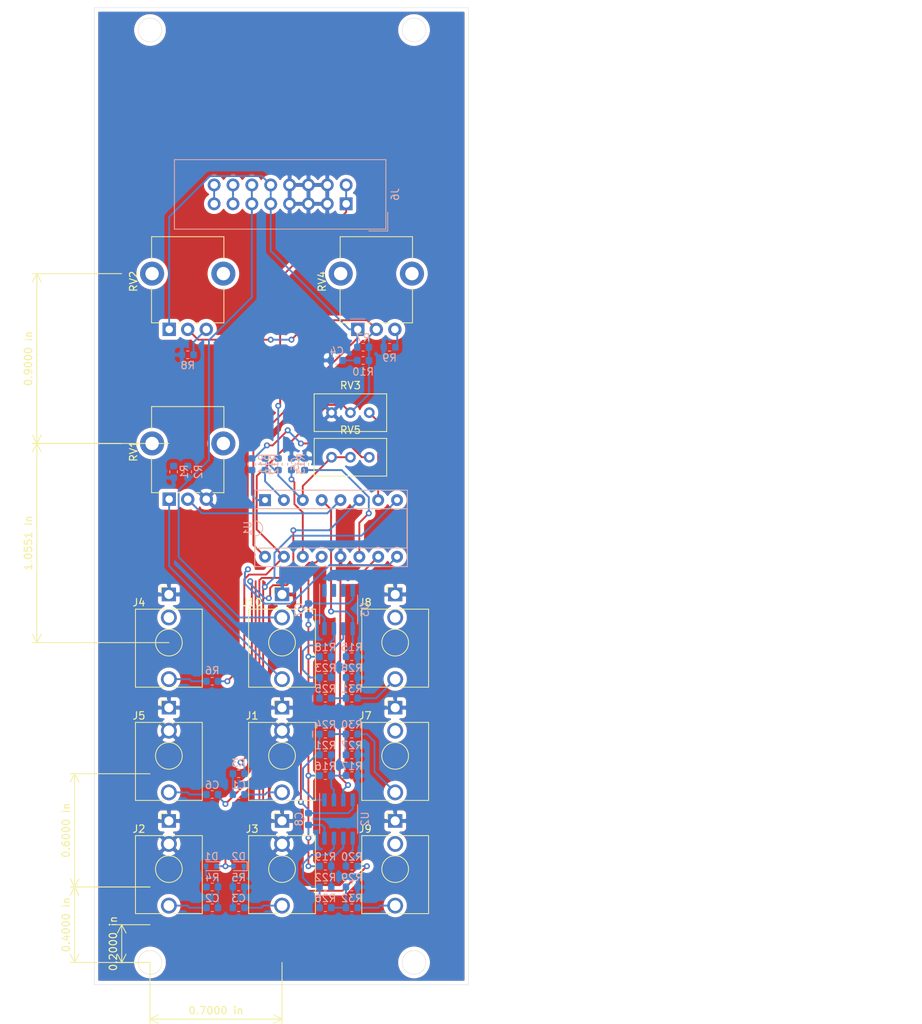
<source format=kicad_pcb>
(kicad_pcb (version 20171130) (host pcbnew 5.1.5-52549c5~84~ubuntu19.04.1)
  (layers (0 F.Cu signal) (31 B.Cu signal) (34 B.Paste user) (35 F.Paste user) (36 B.SilkS user) (37 F.SilkS user) (38 B.Mask user) (39 F.Mask user) (44 Edge.Cuts user))
  (net 0 "")
  (net 1 "Net-(C2-Pad1)")
  (net 2 HARDSYNC)
  (net 3 "Net-(C3-Pad1)")
  (net 4 "Net-(C1-Pad2)")
  (net 5 GND)
  (net 6 "Net-(C2-Pad2)")
  (net 7 "Net-(C3-Pad2)")
  (net 8 "Net-(J4-PadT)")
  (net 9 "Net-(C6-Pad2)")
  (net 10 "Net-(J7-PadT)")
  (net 11 "Net-(J8-PadT)")
  (net 12 "Net-(J9-PadT)")
  (net 13 "Net-(C1-Pad1)")
  (net 14 "Net-(C4-Pad2)")
  (net 15 "Net-(C5-Pad1)")
  (net 16 SOFTSYNC)
  (net 17 GATE)
  (net 18 CV)
  (net 19 +5V)
  (net 20 +12V)
  (net 21 -12V)
  (net 22 PWMCTL)
  (net 23 LINFM)
  (net 24 "Net-(R10-Pad1)")
  (net 25 "Net-(R8-Pad2)")
  (net 26 "Net-(R9-Pad2)")
  (net 27 "Net-(R11-Pad2)")
  (net 28 "Net-(R11-Pad1)")
  (net 29 "Net-(R12-Pad2)")
  (net 30 "Net-(R12-Pad1)")
  (net 31 "Net-(R13-Pad1)")
  (net 32 PULSOUT)
  (net 33 "Net-(R16-Pad1)")
  (net 34 "Net-(R18-Pad1)")
  (net 35 "Net-(R19-Pad1)")
  (net 36 SAWOUT)
  (net 37 "Net-(R20-Pad1)")
  (net 38 "Net-(R21-Pad1)")
  (net 39 "Net-(R22-Pad1)")
  (net 40 "Net-(R23-Pad1)")
  (net 41 "Net-(R24-Pad1)")
  (net 42 "Net-(R25-Pad1)")
  (net 43 "Net-(R26-Pad1)")
  (net 44 "Net-(RV3-Pad1)")
  (net 45 TRIOUT)
  (net 46 "Net-(J4-PadTN)")
  (net 47 "Net-(J7-PadTN)")
  (net 48 "Net-(J8-PadTN)")
  (net 49 "Net-(J9-PadTN)")
  (net 50 "Net-(J10-PadT)")
  (module Package_SO:SO-8_3.9x4.9mm_P1.27mm (layer B.Cu) (at 101.6 130.302 270)
    (fp_text reference U3 (at 0 -3.556 90) (layer B.SilkS) (effects (justify mirror)))
    (fp_text value TL072)
    (pad 8 smd roundrect (at 2.575 1.905 270) (size 1.75 0.6) (layers B.Cu B.Paste B.Mask) (net 20 +12V))
    (pad 7 smd roundrect (at 2.575 0.635 270) (size 1.75 0.6) (layers B.Cu B.Paste B.Mask) (net 40 "Net-(R23-Pad1)"))
    (pad 6 smd roundrect (at 2.575 -0.635 270) (size 1.75 0.6) (layers B.Cu B.Paste B.Mask) (net 34 "Net-(R18-Pad1)"))
    (pad 5 smd roundrect (at 2.575 -1.905 270) (size 1.75 0.6) (layers B.Cu B.Paste B.Mask) (net 32 PULSOUT))
    (pad 4 smd roundrect (at -2.575 -1.905 270) (size 1.75 0.6) (layers B.Cu B.Paste B.Mask) (net 21 -12V))
    (pad 3 smd roundrect (at -2.575 -0.635 270) (size 1.75 0.6) (layers B.Cu B.Paste B.Mask))
    (pad 2 smd roundrect (at -2.575 0.635 270) (size 1.75 0.6) (layers B.Cu B.Paste B.Mask))
    (pad 1 smd roundrect (at -2.575 1.905 270) (size 1.75 0.6) (layers B.Cu B.Paste B.Mask))
  )
  (module Capacitor_SMD:C_0603_1608Metric (layer B.Cu) (at 97.536 158.496 90)
    (fp_text reference C8 (at 0 -1.27 270) (layer B.SilkS) (effects (justify mirror)))
    (fp_text value 0.1u)
    (pad 2 smd roundrect (at 0.7875 0 90) (size 0.875 0.95) (layers B.Cu B.Paste B.Mask) (net 21 -12V))
    (pad 1 smd roundrect (at -0.7875 0 90) (size 0.875 0.95) (layers B.Cu B.Paste B.Mask) (net 20 +12V))
  )
  (module Capacitor_SMD:C_0603_1608Metric (layer B.Cu) (at 97.536 130.2765 90)
    (fp_text reference C7 (at -0.0255 -1.27 90) (layer B.SilkS) (effects (justify mirror)))
    (fp_text value 0.1u)
    (pad 2 smd roundrect (at 0.7875 0 90) (size 0.875 0.95) (layers B.Cu B.Paste B.Mask) (net 21 -12V))
    (pad 1 smd roundrect (at -0.7875 0 90) (size 0.875 0.95) (layers B.Cu B.Paste B.Mask) (net 20 +12V))
  )
  (module Diode_SMD:D_SOD-523 (layer B.Cu) (at 88.138 164.846 180)
    (fp_text reference D2 (at 0 1.3) (layer B.SilkS) (effects (justify mirror)))
    (fp_text value 1N914)
    (pad 1 smd rect (at -0.7 0) (size 0.6 0.7) (layers B.Cu B.Paste B.Mask) (net 3 "Net-(C3-Pad1)"))
    (pad 2 smd rect (at 0.7 0) (size 0.6 0.7) (layers B.Cu B.Paste B.Mask) (net 2 HARDSYNC))
  )
  (module Diode_SMD:D_SOD-523 (layer B.Cu) (at 84.455 164.846 180)
    (fp_text reference D1 (at 0 1.3 180) (layer B.SilkS) (effects (justify mirror)))
    (fp_text value 1N914)
    (pad 1 smd rect (at -0.7 0) (size 0.6 0.7) (layers B.Cu B.Paste B.Mask) (net 2 HARDSYNC))
    (pad 2 smd rect (at 0.7 0) (size 0.6 0.7) (layers B.Cu B.Paste B.Mask) (net 1 "Net-(C2-Pad1)"))
  )
  (module Connector_Audio:Jack_3.5mm_QingPu_WQP-PJ398SM_Vertical_CircularHoles (layer F.Cu) (at 93.98 128.27)
    (fp_text reference J10 (at -4.03 1.08 180) (layer F.SilkS))
    (fp_text value PWMControl)
    (pad T thru_hole circle (at 0 11.4 180) (size 2.13 2.13) (drill 1.43) (layers *.Cu *.Mask) (net 50 "Net-(J10-PadT)"))
    (pad S thru_hole rect (at 0 0 180) (size 1.93 1.83) (drill 1.22) (layers *.Cu *.Mask) (net 5 GND))
    (pad TN thru_hole circle (at 0 3.1 180) (size 2.13 2.13) (drill 1.42) (layers *.Cu *.Mask) (net 19 +5V))
  )
  (module Potentiometer_THT:Potentiometer_Bourns_3296W_Vertical (layer F.Cu) (at 105.73 103.8)
    (fp_text reference RV3 (at -2.54 -3.66) (layer F.SilkS))
    (fp_text value 20k)
    (pad 3 thru_hole circle (at -5.08 0) (size 1.44 1.44) (drill 0.8) (layers *.Cu *.Mask) (net 5 GND))
    (pad 2 thru_hole circle (at -2.54 0) (size 1.44 1.44) (drill 0.8) (layers *.Cu *.Mask) (net 24 "Net-(R10-Pad1)"))
    (pad 1 thru_hole circle (at 0 0) (size 1.44 1.44) (drill 0.8) (layers *.Cu *.Mask) (net 44 "Net-(RV3-Pad1)"))
  )
  (module Potentiometer_THT:Potentiometer_Bourns_3296W_Vertical (layer F.Cu) (at 105.73 109.8)
    (fp_text reference RV5 (at -2.54 -3.66) (layer F.SilkS))
    (fp_text value 10k)
    (pad 3 thru_hole circle (at -5.08 0) (size 1.44 1.44) (drill 0.8) (layers *.Cu *.Mask) (net 29 "Net-(R12-Pad2)"))
    (pad 2 thru_hole circle (at -2.54 0) (size 1.44 1.44) (drill 0.8) (layers *.Cu *.Mask) (net 29 "Net-(R12-Pad2)"))
    (pad 1 thru_hole circle (at 0 0) (size 1.44 1.44) (drill 0.8) (layers *.Cu *.Mask) (net 27 "Net-(R11-Pad2)"))
  )
  (module Package_SO:SO-8_3.9x4.9mm_P1.27mm (layer B.Cu) (at 101.6 158.496 270)
    (fp_text reference U2 (at 0 -3.556 90) (layer B.SilkS) (effects (justify mirror)))
    (fp_text value TL072)
    (pad 8 smd roundrect (at 2.575 1.905 270) (size 1.75 0.6) (layers B.Cu B.Paste B.Mask) (net 20 +12V))
    (pad 7 smd roundrect (at 2.575 0.635 270) (size 1.75 0.6) (layers B.Cu B.Paste B.Mask) (net 39 "Net-(R22-Pad1)"))
    (pad 6 smd roundrect (at 2.575 -0.635 270) (size 1.75 0.6) (layers B.Cu B.Paste B.Mask) (net 35 "Net-(R19-Pad1)"))
    (pad 5 smd roundrect (at 2.575 -1.905 270) (size 1.75 0.6) (layers B.Cu B.Paste B.Mask) (net 37 "Net-(R20-Pad1)"))
    (pad 4 smd roundrect (at -2.575 -1.905 270) (size 1.75 0.6) (layers B.Cu B.Paste B.Mask) (net 21 -12V))
    (pad 3 smd roundrect (at -2.575 -0.635 270) (size 1.75 0.6) (layers B.Cu B.Paste B.Mask) (net 45 TRIOUT))
    (pad 2 smd roundrect (at -2.575 0.635 270) (size 1.75 0.6) (layers B.Cu B.Paste B.Mask) (net 33 "Net-(R16-Pad1)"))
    (pad 1 smd roundrect (at -2.575 1.905 270) (size 1.75 0.6) (layers B.Cu B.Paste B.Mask) (net 38 "Net-(R21-Pad1)"))
  )
  (module Package_DIP:DIP-16_W7.62mm_Socket (layer B.Cu) (at 91.694 115.57 270)
    (fp_text reference U1 (at 3.81 2.33 90) (layer B.SilkS) (effects (justify mirror)))
    (fp_text value AS3340)
    (pad 1 thru_hole rect (at 0 0 270) (size 1.6 1.6) (drill 0.8) (layers *.Cu *.Mask) (net 28 "Net-(R11-Pad1)"))
    (pad 9 thru_hole oval (at 7.62 -17.78 270) (size 1.6 1.6) (drill 0.8) (layers *.Cu *.Mask) (net 16 SOFTSYNC))
    (pad 2 thru_hole oval (at 0 -2.54 270) (size 1.6 1.6) (drill 0.8) (layers *.Cu *.Mask) (net 30 "Net-(R12-Pad1)"))
    (pad 10 thru_hole oval (at 7.62 -15.24 270) (size 1.6 1.6) (drill 0.8) (layers *.Cu *.Mask) (net 45 TRIOUT))
    (pad 3 thru_hole oval (at 0 -5.08 270) (size 1.6 1.6) (drill 0.8) (layers *.Cu *.Mask) (net 29 "Net-(R12-Pad2)"))
    (pad 11 thru_hole oval (at 7.62 -12.7 270) (size 1.6 1.6) (drill 0.8) (layers *.Cu *.Mask) (net 15 "Net-(C5-Pad1)"))
    (pad 4 thru_hole oval (at 0 -7.62 270) (size 1.6 1.6) (drill 0.8) (layers *.Cu *.Mask) (net 32 PULSOUT))
    (pad 12 thru_hole oval (at 7.62 -10.16 270) (size 1.6 1.6) (drill 0.8) (layers *.Cu *.Mask) (net 5 GND))
    (pad 5 thru_hole oval (at 0 -10.16 270) (size 1.6 1.6) (drill 0.8) (layers *.Cu *.Mask) (net 22 PWMCTL))
    (pad 13 thru_hole oval (at 7.62 -7.62 270) (size 1.6 1.6) (drill 0.8) (layers *.Cu *.Mask) (net 23 LINFM))
    (pad 6 thru_hole oval (at 0 -12.7 270) (size 1.6 1.6) (drill 0.8) (layers *.Cu *.Mask) (net 2 HARDSYNC))
    (pad 14 thru_hole oval (at 7.62 -5.08 270) (size 1.6 1.6) (drill 0.8) (layers *.Cu *.Mask) (net 31 "Net-(R13-Pad1)"))
    (pad 7 thru_hole oval (at 0 -15.24 270) (size 1.6 1.6) (drill 0.8) (layers *.Cu *.Mask) (net 44 "Net-(RV3-Pad1)"))
    (pad 15 thru_hole oval (at 7.62 -2.54 270) (size 1.6 1.6) (drill 0.8) (layers *.Cu *.Mask) (net 24 "Net-(R10-Pad1)"))
    (pad 8 thru_hole oval (at 0 -17.78 270) (size 1.6 1.6) (drill 0.8) (layers *.Cu *.Mask) (net 36 SAWOUT))
    (pad 16 thru_hole oval (at 7.62 0 270) (size 1.6 1.6) (drill 0.8) (layers *.Cu *.Mask) (net 20 +12V))
  )
  (module Potentiometer_THT:Potentiometer_Alpha_RD901F-40-00D_Single_Vertical_CircularHoles (layer F.Cu) (at 104.18 92.59 90)
    (fp_text reference RV4 (at 6.45 -4.8 270) (layer F.SilkS))
    (fp_text value ?)
    (pad "" thru_hole circle (at 7.5 -2.3 180) (size 3.24 3.24) (drill 1.8) (layers *.Cu *.Mask))
    (pad "" thru_hole circle (at 7.5 7.3 180) (size 3.24 3.24) (drill 1.8) (layers *.Cu *.Mask))
    (pad 3 thru_hole circle (at 0 5 180) (size 1.8 1.8) (drill 1) (layers *.Cu *.Mask) (net 26 "Net-(R9-Pad2)"))
    (pad 2 thru_hole circle (at 0 2.5 180) (size 1.8 1.8) (drill 1) (layers *.Cu *.Mask) (net 24 "Net-(R10-Pad1)"))
    (pad 1 thru_hole rect (at 0 0 180) (size 1.8 1.8) (drill 1) (layers *.Cu *.Mask) (net 20 +12V))
  )
  (module Potentiometer_THT:Potentiometer_Alpha_RD901F-40-00D_Single_Vertical_CircularHoles (layer F.Cu) (at 78.78 92.59 90)
    (fp_text reference RV2 (at 6.45 -4.8 270) (layer F.SilkS))
    (fp_text value ?)
    (pad "" thru_hole circle (at 7.5 -2.3 180) (size 3.24 3.24) (drill 1.8) (layers *.Cu *.Mask))
    (pad "" thru_hole circle (at 7.5 7.3 180) (size 3.24 3.24) (drill 1.8) (layers *.Cu *.Mask))
    (pad 3 thru_hole circle (at 0 5 180) (size 1.8 1.8) (drill 1) (layers *.Cu *.Mask) (net 25 "Net-(R8-Pad2)"))
    (pad 2 thru_hole circle (at 0 2.5 180) (size 1.8 1.8) (drill 1) (layers *.Cu *.Mask) (net 24 "Net-(R10-Pad1)"))
    (pad 1 thru_hole rect (at 0 0 180) (size 1.8 1.8) (drill 1) (layers *.Cu *.Mask) (net 20 +12V))
  )
  (module Potentiometer_THT:Potentiometer_Alpha_RD901F-40-00D_Single_Vertical_CircularHoles (layer F.Cu) (at 78.78 115.45 90)
    (fp_text reference RV1 (at 6.45 -4.8 270) (layer F.SilkS))
    (fp_text value 100k?)
    (pad "" thru_hole circle (at 7.5 -2.3 180) (size 3.24 3.24) (drill 1.8) (layers *.Cu *.Mask))
    (pad "" thru_hole circle (at 7.5 7.3 180) (size 3.24 3.24) (drill 1.8) (layers *.Cu *.Mask))
    (pad 3 thru_hole circle (at 0 5 180) (size 1.8 1.8) (drill 1) (layers *.Cu *.Mask) (net 5 GND))
    (pad 2 thru_hole circle (at 0 2.5 180) (size 1.8 1.8) (drill 1) (layers *.Cu *.Mask) (net 22 PWMCTL))
    (pad 1 thru_hole rect (at 0 0 180) (size 1.8 1.8) (drill 1) (layers *.Cu *.Mask) (net 50 "Net-(J10-PadT)"))
  )
  (module Resistor_SMD:R_0603_1608Metric (layer B.Cu) (at 103.378 170.434 180)
    (fp_text reference R32 (at 0 1.27 180) (layer B.SilkS) (effects (justify mirror)))
    (fp_text value 0?)
    (pad 2 smd roundrect (at 0.7875 0 180) (size 0.875 0.95) (layers B.Cu B.Paste B.Mask) (net 43 "Net-(R26-Pad1)"))
    (pad 1 smd roundrect (at -0.7875 0 180) (size 0.875 0.95) (layers B.Cu B.Paste B.Mask) (net 12 "Net-(J9-PadT)"))
  )
  (module Resistor_SMD:R_0603_1608Metric (layer B.Cu) (at 103.378 142.24 180)
    (fp_text reference R31 (at 0 1.27 180) (layer B.SilkS) (effects (justify mirror)))
    (fp_text value 0?)
    (pad 2 smd roundrect (at 0.7875 0 180) (size 0.875 0.95) (layers B.Cu B.Paste B.Mask) (net 42 "Net-(R25-Pad1)"))
    (pad 1 smd roundrect (at -0.7875 0 180) (size 0.875 0.95) (layers B.Cu B.Paste B.Mask) (net 11 "Net-(J8-PadT)"))
  )
  (module Resistor_SMD:R_0603_1608Metric (layer B.Cu) (at 103.378 147.066 180)
    (fp_text reference R30 (at 0 1.27 180) (layer B.SilkS) (effects (justify mirror)))
    (fp_text value 0?)
    (pad 2 smd roundrect (at 0.7875 0 180) (size 0.875 0.95) (layers B.Cu B.Paste B.Mask) (net 41 "Net-(R24-Pad1)"))
    (pad 1 smd roundrect (at -0.7875 0 180) (size 0.875 0.95) (layers B.Cu B.Paste B.Mask) (net 10 "Net-(J7-PadT)"))
  )
  (module Resistor_SMD:R_0603_1608Metric (layer B.Cu) (at 103.378 167.64 180)
    (fp_text reference R29 (at 0 1.27 180) (layer B.SilkS) (effects (justify mirror)))
    (fp_text value 3k)
    (pad 2 smd roundrect (at 0.7875 0 180) (size 0.875 0.95) (layers B.Cu B.Paste B.Mask) (net 43 "Net-(R26-Pad1)"))
    (pad 1 smd roundrect (at -0.7875 0 180) (size 0.875 0.95) (layers B.Cu B.Paste B.Mask) (net 5 GND))
  )
  (module Resistor_SMD:R_0603_1608Metric (layer B.Cu) (at 103.378 139.446 180)
    (fp_text reference R28 (at 0 1.27 180) (layer B.SilkS) (effects (justify mirror)))
    (fp_text value 1k8)
    (pad 2 smd roundrect (at 0.7875 0 180) (size 0.875 0.95) (layers B.Cu B.Paste B.Mask) (net 42 "Net-(R25-Pad1)"))
    (pad 1 smd roundrect (at -0.7875 0 180) (size 0.875 0.95) (layers B.Cu B.Paste B.Mask) (net 5 GND))
  )
  (module Resistor_SMD:R_0603_1608Metric (layer B.Cu) (at 103.378 149.86 180)
    (fp_text reference R27 (at 0 1.27 180) (layer B.SilkS) (effects (justify mirror)))
    (fp_text value 3k)
    (pad 2 smd roundrect (at 0.7875 0 180) (size 0.875 0.95) (layers B.Cu B.Paste B.Mask) (net 41 "Net-(R24-Pad1)"))
    (pad 1 smd roundrect (at -0.7875 0 180) (size 0.875 0.95) (layers B.Cu B.Paste B.Mask) (net 5 GND))
  )
  (module Resistor_SMD:R_0603_1608Metric (layer B.Cu) (at 99.822 170.434 180)
    (fp_text reference R26 (at 0 1.27) (layer B.SilkS) (effects (justify mirror)))
    (fp_text value 1k5)
    (pad 2 smd roundrect (at 0.7875 0 180) (size 0.875 0.95) (layers B.Cu B.Paste B.Mask) (net 39 "Net-(R22-Pad1)"))
    (pad 1 smd roundrect (at -0.7875 0 180) (size 0.875 0.95) (layers B.Cu B.Paste B.Mask) (net 43 "Net-(R26-Pad1)"))
  )
  (module Resistor_SMD:R_0603_1608Metric (layer B.Cu) (at 99.822 142.24 180)
    (fp_text reference R25 (at 0 1.27) (layer B.SilkS) (effects (justify mirror)))
    (fp_text value 3k)
    (pad 2 smd roundrect (at 0.7875 0 180) (size 0.875 0.95) (layers B.Cu B.Paste B.Mask) (net 40 "Net-(R23-Pad1)"))
    (pad 1 smd roundrect (at -0.7875 0 180) (size 0.875 0.95) (layers B.Cu B.Paste B.Mask) (net 42 "Net-(R25-Pad1)"))
  )
  (module Resistor_SMD:R_0603_1608Metric (layer B.Cu) (at 99.822 147.066 180)
    (fp_text reference R24 (at 0 1.27 180) (layer B.SilkS) (effects (justify mirror)))
    (fp_text value 1k5)
    (pad 2 smd roundrect (at 0.7875 0 180) (size 0.875 0.95) (layers B.Cu B.Paste B.Mask) (net 38 "Net-(R21-Pad1)"))
    (pad 1 smd roundrect (at -0.7875 0 180) (size 0.875 0.95) (layers B.Cu B.Paste B.Mask) (net 41 "Net-(R24-Pad1)"))
  )
  (module Resistor_SMD:R_0603_1608Metric (layer B.Cu) (at 99.822 139.446)
    (fp_text reference R23 (at 0 -1.27) (layer B.SilkS) (effects (justify mirror)))
    (fp_text value 10k)
    (pad 2 smd roundrect (at 0.7875 0) (size 0.875 0.95) (layers B.Cu B.Paste B.Mask) (net 34 "Net-(R18-Pad1)"))
    (pad 1 smd roundrect (at -0.7875 0) (size 0.875 0.95) (layers B.Cu B.Paste B.Mask) (net 40 "Net-(R23-Pad1)"))
  )
  (module Resistor_SMD:R_0603_1608Metric (layer B.Cu) (at 99.822 167.64)
    (fp_text reference R22 (at 0 -1.27 180) (layer B.SilkS) (effects (justify mirror)))
    (fp_text value 10k)
    (pad 2 smd roundrect (at 0.7875 0) (size 0.875 0.95) (layers B.Cu B.Paste B.Mask) (net 35 "Net-(R19-Pad1)"))
    (pad 1 smd roundrect (at -0.7875 0) (size 0.875 0.95) (layers B.Cu B.Paste B.Mask) (net 39 "Net-(R22-Pad1)"))
  )
  (module Resistor_SMD:R_0603_1608Metric (layer B.Cu) (at 99.822 149.86)
    (fp_text reference R21 (at 0 -1.27) (layer B.SilkS) (effects (justify mirror)))
    (fp_text value 15k)
    (pad 2 smd roundrect (at 0.7875 0) (size 0.875 0.95) (layers B.Cu B.Paste B.Mask) (net 33 "Net-(R16-Pad1)"))
    (pad 1 smd roundrect (at -0.7875 0) (size 0.875 0.95) (layers B.Cu B.Paste B.Mask) (net 38 "Net-(R21-Pad1)"))
  )
  (module Resistor_SMD:R_0603_1608Metric (layer B.Cu) (at 103.378 164.846)
    (fp_text reference R20 (at 0 -1.27) (layer B.SilkS) (effects (justify mirror)))
    (fp_text value 10k)
    (pad 2 smd roundrect (at 0.7875 0) (size 0.875 0.95) (layers B.Cu B.Paste B.Mask) (net 36 SAWOUT))
    (pad 1 smd roundrect (at -0.7875 0) (size 0.875 0.95) (layers B.Cu B.Paste B.Mask) (net 37 "Net-(R20-Pad1)"))
  )
  (module Resistor_SMD:R_0603_1608Metric (layer B.Cu) (at 99.822 164.846 180)
    (fp_text reference R19 (at 0 1.27) (layer B.SilkS) (effects (justify mirror)))
    (fp_text value 20k)
    (pad 2 smd roundrect (at 0.7875 0 180) (size 0.875 0.95) (layers B.Cu B.Paste B.Mask) (net 20 +12V))
    (pad 1 smd roundrect (at -0.7875 0 180) (size 0.875 0.95) (layers B.Cu B.Paste B.Mask) (net 35 "Net-(R19-Pad1)"))
  )
  (module Resistor_SMD:R_0603_1608Metric (layer B.Cu) (at 99.822 136.652 180)
    (fp_text reference R18 (at 0 1.27 180) (layer B.SilkS) (effects (justify mirror)))
    (fp_text value 10k)
    (pad 2 smd roundrect (at 0.7875 0 180) (size 0.875 0.95) (layers B.Cu B.Paste B.Mask) (net 20 +12V))
    (pad 1 smd roundrect (at -0.7875 0 180) (size 0.875 0.95) (layers B.Cu B.Paste B.Mask) (net 34 "Net-(R18-Pad1)"))
  )
  (module Resistor_SMD:R_0603_1608Metric (layer B.Cu) (at 103.378 152.654 180)
    (fp_text reference R17 (at 0 1.27 180) (layer B.SilkS) (effects (justify mirror)))
    (fp_text value 10k)
    (pad 2 smd roundrect (at 0.7875 0 180) (size 0.875 0.95) (layers B.Cu B.Paste B.Mask) (net 33 "Net-(R16-Pad1)"))
    (pad 1 smd roundrect (at -0.7875 0 180) (size 0.875 0.95) (layers B.Cu B.Paste B.Mask) (net 5 GND))
  )
  (module Resistor_SMD:R_0603_1608Metric (layer B.Cu) (at 99.822 152.654 180)
    (fp_text reference R16 (at 0 1.27) (layer B.SilkS) (effects (justify mirror)))
    (fp_text value 30k)
    (pad 2 smd roundrect (at 0.7875 0 180) (size 0.875 0.95) (layers B.Cu B.Paste B.Mask) (net 20 +12V))
    (pad 1 smd roundrect (at -0.7875 0 180) (size 0.875 0.95) (layers B.Cu B.Paste B.Mask) (net 33 "Net-(R16-Pad1)"))
  )
  (module Resistor_SMD:R_0603_1608Metric (layer B.Cu) (at 103.378 136.652 180)
    (fp_text reference R15 (at 0 1.27 180) (layer B.SilkS) (effects (justify mirror)))
    (fp_text value 51k)
    (pad 2 smd roundrect (at 0.7875 0 180) (size 0.875 0.95) (layers B.Cu B.Paste B.Mask) (net 32 PULSOUT))
    (pad 1 smd roundrect (at -0.7875 0 180) (size 0.875 0.95) (layers B.Cu B.Paste B.Mask) (net 5 GND))
  )
  (module Resistor_SMD:R_0603_1608Metric (layer B.Cu) (at 93.472 110.744 90)
    (fp_text reference R14 (at 0 -1.27 90) (layer B.SilkS) (effects (justify mirror)))
    (fp_text value 820)
    (pad 2 smd roundrect (at 0.7875 0 90) (size 0.875 0.95) (layers B.Cu B.Paste B.Mask) (net 21 -12V))
    (pad 1 smd roundrect (at -0.7875 0 90) (size 0.875 0.95) (layers B.Cu B.Paste B.Mask) (net 29 "Net-(R12-Pad2)"))
  )
  (module Resistor_SMD:R_0603_1608Metric (layer B.Cu) (at 95.25 110.744 90)
    (fp_text reference R13 (at 0.0255 1.27 270) (layer B.SilkS) (effects (justify mirror)))
    (fp_text value 1k8)
    (pad 2 smd roundrect (at 0.7875 0 90) (size 0.875 0.95) (layers B.Cu B.Paste B.Mask) (net 5 GND))
    (pad 1 smd roundrect (at -0.7875 0 90) (size 0.875 0.95) (layers B.Cu B.Paste B.Mask) (net 31 "Net-(R13-Pad1)"))
  )
  (module Resistor_SMD:R_0603_1608Metric (layer B.Cu) (at 91.694 110.744 90)
    (fp_text reference R12 (at 0 1.27 270) (layer B.SilkS) (effects (justify mirror)))
    (fp_text value 5.6k)
    (pad 2 smd roundrect (at 0.7875 0 90) (size 0.875 0.95) (layers B.Cu B.Paste B.Mask) (net 29 "Net-(R12-Pad2)"))
    (pad 1 smd roundrect (at -0.7875 0 90) (size 0.875 0.95) (layers B.Cu B.Paste B.Mask) (net 30 "Net-(R12-Pad1)"))
  )
  (module Resistor_SMD:R_0603_1608Metric (layer B.Cu) (at 89.916 110.744 90)
    (fp_text reference R11 (at 0 1.43 270) (layer B.SilkS) (effects (justify mirror)))
    (fp_text value 24k)
    (pad 2 smd roundrect (at 0.7875 0 90) (size 0.875 0.95) (layers B.Cu B.Paste B.Mask) (net 27 "Net-(R11-Pad2)"))
    (pad 1 smd roundrect (at -0.7875 0 90) (size 0.875 0.95) (layers B.Cu B.Paste B.Mask) (net 28 "Net-(R11-Pad1)"))
  )
  (module Resistor_SMD:R_0603_1608Metric (layer B.Cu) (at 104.902 96.774 180)
    (fp_text reference R10 (at 0 -1.524 180) (layer B.SilkS) (effects (justify mirror)))
    (fp_text value 470)
    (pad 1 smd roundrect (at -0.7875 0 180) (size 0.875 0.95) (layers B.Cu B.Paste B.Mask) (net 24 "Net-(R10-Pad1)"))
    (pad 2 smd roundrect (at 0.7875 0 180) (size 0.875 0.95) (layers B.Cu B.Paste B.Mask) (net 14 "Net-(C4-Pad2)"))
  )
  (module Resistor_SMD:R_0603_1608Metric (layer B.Cu) (at 108.458 94.996)
    (fp_text reference R9 (at 0 1.43 180) (layer B.SilkS) (effects (justify mirror)))
    (fp_text value ?)
    (pad 2 smd roundrect (at 0.7875 0) (size 0.875 0.95) (layers B.Cu B.Paste B.Mask) (net 26 "Net-(R9-Pad2)"))
    (pad 1 smd roundrect (at -0.7875 0) (size 0.875 0.95) (layers B.Cu B.Paste B.Mask) (net 5 GND))
  )
  (module Resistor_SMD:R_0603_1608Metric (layer B.Cu) (at 81.28 96.012)
    (fp_text reference R8 (at 0 1.43) (layer B.SilkS) (effects (justify mirror)))
    (fp_text value ?)
    (pad 2 smd roundrect (at 0.7875 0) (size 0.875 0.95) (layers B.Cu B.Paste B.Mask) (net 25 "Net-(R8-Pad2)"))
    (pad 1 smd roundrect (at -0.7875 0) (size 0.875 0.95) (layers B.Cu B.Paste B.Mask) (net 5 GND))
  )
  (module Resistor_SMD:R_0603_1608Metric (layer B.Cu) (at 104.902 94.996 180)
    (fp_text reference R7 (at 0 1.27) (layer B.SilkS) (effects (justify mirror)))
    (fp_text value ?)
    (pad 2 smd roundrect (at 0.7875 0 180) (size 0.875 0.95) (layers B.Cu B.Paste B.Mask) (net 20 +12V))
    (pad 1 smd roundrect (at -0.7875 0 180) (size 0.875 0.95) (layers B.Cu B.Paste B.Mask) (net 24 "Net-(R10-Pad1)"))
  )
  (module Resistor_SMD:R_0603_1608Metric (layer B.Cu) (at 84.582 139.954 180)
    (fp_text reference R6 (at 0 1.43 180) (layer B.SilkS) (effects (justify mirror)))
    (fp_text value 100k)
    (pad 2 smd roundrect (at 0.7875 0 180) (size 0.875 0.95) (layers B.Cu B.Paste B.Mask) (net 8 "Net-(J4-PadT)"))
    (pad 1 smd roundrect (at -0.7875 0 180) (size 0.875 0.95) (layers B.Cu B.Paste B.Mask) (net 24 "Net-(R10-Pad1)"))
  )
  (module Resistor_SMD:R_0603_1608Metric (layer B.Cu) (at 88.138 167.64 180)
    (fp_text reference R5 (at 0 1.27) (layer B.SilkS) (effects (justify mirror)))
    (fp_text value 10k)
    (pad 2 smd roundrect (at 0.7875 0 180) (size 0.875 0.95) (layers B.Cu B.Paste B.Mask) (net 3 "Net-(C3-Pad1)"))
    (pad 1 smd roundrect (at -0.7875 0 180) (size 0.875 0.95) (layers B.Cu B.Paste B.Mask) (net 5 GND))
  )
  (module Resistor_SMD:R_0603_1608Metric (layer B.Cu) (at 84.582 167.64 180)
    (fp_text reference R4 (at 0 1.27) (layer B.SilkS) (effects (justify mirror)))
    (fp_text value 10k)
    (pad 2 smd roundrect (at 0.7875 0 180) (size 0.875 0.95) (layers B.Cu B.Paste B.Mask) (net 21 -12V))
    (pad 1 smd roundrect (at -0.7875 0 180) (size 0.875 0.95) (layers B.Cu B.Paste B.Mask) (net 1 "Net-(C2-Pad1)"))
  )
  (module Resistor_SMD:R_0603_1608Metric (layer B.Cu) (at 88.138 152.4 180)
    (fp_text reference R3 (at 0 1.43) (layer B.SilkS) (effects (justify mirror)))
    (fp_text value 1M)
    (pad 2 smd roundrect (at 0.7875 0 180) (size 0.875 0.95) (layers B.Cu B.Paste B.Mask) (net 13 "Net-(C1-Pad1)"))
    (pad 1 smd roundrect (at -0.7875 0 180) (size 0.875 0.95) (layers B.Cu B.Paste B.Mask) (net 23 LINFM))
  )
  (module Resistor_SMD:R_0603_1608Metric (layer B.Cu) (at 81.28 111.76 90)
    (fp_text reference R2 (at 0 1.43 -90) (layer B.SilkS) (effects (justify mirror)))
    (fp_text value 100k?)
    (pad 2 smd roundrect (at 0.7875 0 90) (size 0.875 0.95) (layers B.Cu B.Paste B.Mask) (net 22 PWMCTL))
    (pad 1 smd roundrect (at -0.7875 0 90) (size 0.875 0.95) (layers B.Cu B.Paste B.Mask) (net 19 +5V))
  )
  (module Resistor_SMD:R_0603_1608Metric (layer B.Cu) (at 79.375 111.76 90)
    (fp_text reference R1 (at 0 1.43 270) (layer B.SilkS) (effects (justify mirror)))
    (fp_text value 150k?)
    (pad 2 smd roundrect (at 0.7875 0 90) (size 0.875 0.95) (layers B.Cu B.Paste B.Mask) (net 22 PWMCTL))
    (pad 1 smd roundrect (at -0.7875 0 90) (size 0.875 0.95) (layers B.Cu B.Paste B.Mask) (net 5 GND))
  )
  (module Connector_IDC:IDC-Header_2x08_P2.54mm_Vertical (layer B.Cu) (at 102.616 75.692 90)
    (fp_text reference J6 (at 1.27 6.604 90) (layer B.SilkS) (effects (justify mirror)))
    (fp_text value Conn_02x08_Odd_Even)
    (pad 16 thru_hole oval (at 2.54 -17.78 90) (size 1.7272 1.7272) (drill 1.016) (layers *.Cu *.Mask) (net 17 GATE))
    (pad 15 thru_hole oval (at 0 -17.78 90) (size 1.7272 1.7272) (drill 1.016) (layers *.Cu *.Mask) (net 17 GATE))
    (pad 14 thru_hole oval (at 2.54 -15.24 90) (size 1.7272 1.7272) (drill 1.016) (layers *.Cu *.Mask) (net 18 CV))
    (pad 13 thru_hole oval (at 0 -15.24 90) (size 1.7272 1.7272) (drill 1.016) (layers *.Cu *.Mask) (net 18 CV))
    (pad 12 thru_hole oval (at 2.54 -12.7 90) (size 1.7272 1.7272) (drill 1.016) (layers *.Cu *.Mask) (net 19 +5V))
    (pad 11 thru_hole oval (at 0 -12.7 90) (size 1.7272 1.7272) (drill 1.016) (layers *.Cu *.Mask) (net 19 +5V))
    (pad 10 thru_hole oval (at 2.54 -10.16 90) (size 1.7272 1.7272) (drill 1.016) (layers *.Cu *.Mask) (net 20 +12V))
    (pad 9 thru_hole oval (at 0 -10.16 90) (size 1.7272 1.7272) (drill 1.016) (layers *.Cu *.Mask) (net 20 +12V))
    (pad 8 thru_hole oval (at 2.54 -7.62 90) (size 1.7272 1.7272) (drill 1.016) (layers *.Cu *.Mask) (net 5 GND))
    (pad 7 thru_hole oval (at 0 -7.62 90) (size 1.7272 1.7272) (drill 1.016) (layers *.Cu *.Mask) (net 5 GND))
    (pad 6 thru_hole oval (at 2.54 -5.08 90) (size 1.7272 1.7272) (drill 1.016) (layers *.Cu *.Mask) (net 5 GND))
    (pad 5 thru_hole oval (at 0 -5.08 90) (size 1.7272 1.7272) (drill 1.016) (layers *.Cu *.Mask) (net 5 GND))
    (pad 4 thru_hole oval (at 2.54 -2.54 90) (size 1.7272 1.7272) (drill 1.016) (layers *.Cu *.Mask) (net 5 GND))
    (pad 3 thru_hole oval (at 0 -2.54 90) (size 1.7272 1.7272) (drill 1.016) (layers *.Cu *.Mask) (net 5 GND))
    (pad 2 thru_hole oval (at 2.54 0 90) (size 1.7272 1.7272) (drill 1.016) (layers *.Cu *.Mask) (net 21 -12V))
    (pad 1 thru_hole rect (at 0 0 90) (size 1.7272 1.7272) (drill 1.016) (layers *.Cu *.Mask) (net 21 -12V))
  )
  (module Capacitor_SMD:C_0603_1608Metric (layer B.Cu) (at 84.582 155.194 180)
    (fp_text reference C6 (at 0 1.27 180) (layer B.SilkS) (effects (justify mirror)))
    (fp_text value 1n)
    (pad 2 smd roundrect (at 0.7875 0 180) (size 0.875 0.95) (layers B.Cu B.Paste B.Mask) (net 9 "Net-(C6-Pad2)"))
    (pad 1 smd roundrect (at -0.7875 0 180) (size 0.875 0.95) (layers B.Cu B.Paste B.Mask) (net 16 SOFTSYNC))
  )
  (module Capacitor_SMD:C_0603_1608Metric (layer B.Cu) (at 97.028 110.744 90)
    (fp_text reference C5 (at 0 -1.27 90) (layer B.SilkS) (effects (justify mirror)))
    (fp_text value 1n)
    (pad 2 smd roundrect (at 0.7875 0 90) (size 0.875 0.95) (layers B.Cu B.Paste B.Mask) (net 5 GND))
    (pad 1 smd roundrect (at -0.7875 0 90) (size 0.875 0.95) (layers B.Cu B.Paste B.Mask) (net 15 "Net-(C5-Pad1)"))
  )
  (module Capacitor_SMD:C_0603_1608Metric (layer B.Cu) (at 101.346 96.774)
    (fp_text reference C4 (at 0 -1.27 180) (layer B.SilkS) (effects (justify mirror)))
    (fp_text value 10n)
    (pad 1 smd roundrect (at -0.7875 0) (size 0.875 0.95) (layers B.Cu B.Paste B.Mask) (net 5 GND))
    (pad 2 smd roundrect (at 0.7875 0) (size 0.875 0.95) (layers B.Cu B.Paste B.Mask) (net 14 "Net-(C4-Pad2)"))
  )
  (module Capacitor_SMD:C_0603_1608Metric (layer B.Cu) (at 88.138 170.434)
    (fp_text reference C3 (at 0 -1.27 180) (layer B.SilkS) (effects (justify mirror)))
    (fp_text value 1n)
    (pad 2 smd roundrect (at 0.7875 0) (size 0.875 0.95) (layers B.Cu B.Paste B.Mask) (net 7 "Net-(C3-Pad2)"))
    (pad 1 smd roundrect (at -0.7875 0) (size 0.875 0.95) (layers B.Cu B.Paste B.Mask) (net 3 "Net-(C3-Pad1)"))
  )
  (module Capacitor_SMD:C_0603_1608Metric (layer B.Cu) (at 84.582 170.434 180)
    (fp_text reference C2 (at 0 1.27 180) (layer B.SilkS) (effects (justify mirror)))
    (fp_text value 1n)
    (pad 2 smd roundrect (at 0.7875 0 180) (size 0.875 0.95) (layers B.Cu B.Paste B.Mask) (net 6 "Net-(C2-Pad2)"))
    (pad 1 smd roundrect (at -0.7875 0 180) (size 0.875 0.95) (layers B.Cu B.Paste B.Mask) (net 1 "Net-(C2-Pad1)"))
  )
  (module Capacitor_SMD:C_0603_1608Metric (layer B.Cu) (at 88.138 155.194)
    (fp_text reference C1 (at 0 -1.27 180) (layer B.SilkS) (effects (justify mirror)))
    (fp_text value 0.1u)
    (pad 2 smd roundrect (at 0.7875 0) (size 0.875 0.95) (layers B.Cu B.Paste B.Mask) (net 4 "Net-(C1-Pad2)"))
    (pad 1 smd roundrect (at -0.7875 0) (size 0.875 0.95) (layers B.Cu B.Paste B.Mask) (net 13 "Net-(C1-Pad1)"))
  )
  (module Connector_Audio:Jack_3.5mm_QingPu_WQP-PJ398SM_Vertical_CircularHoles (layer F.Cu) (at 109.22 158.75)
    (fp_text reference J9 (at -4.03 1.08 180) (layer F.SilkS))
    (fp_text value "Saw Wave Output")
    (pad T thru_hole circle (at 0 11.4 180) (size 2.13 2.13) (drill 1.43) (layers *.Cu *.Mask) (net 12 "Net-(J9-PadT)"))
    (pad S thru_hole rect (at 0 0 180) (size 1.93 1.83) (drill 1.22) (layers *.Cu *.Mask) (net 5 GND))
    (pad TN thru_hole circle (at 0 3.1 180) (size 2.13 2.13) (drill 1.42) (layers *.Cu *.Mask) (net 49 "Net-(J9-PadTN)"))
  )
  (module Connector_Audio:Jack_3.5mm_QingPu_WQP-PJ398SM_Vertical_CircularHoles (layer F.Cu) (at 109.22 128.27)
    (fp_text reference J8 (at -4.03 1.08 180) (layer F.SilkS))
    (fp_text value "Square Wave Output")
    (pad T thru_hole circle (at 0 11.4 180) (size 2.13 2.13) (drill 1.43) (layers *.Cu *.Mask) (net 11 "Net-(J8-PadT)"))
    (pad S thru_hole rect (at 0 0 180) (size 1.93 1.83) (drill 1.22) (layers *.Cu *.Mask) (net 5 GND))
    (pad TN thru_hole circle (at 0 3.1 180) (size 2.13 2.13) (drill 1.42) (layers *.Cu *.Mask) (net 48 "Net-(J8-PadTN)"))
  )
  (module Connector_Audio:Jack_3.5mm_QingPu_WQP-PJ398SM_Vertical_CircularHoles (layer F.Cu) (at 109.22 143.51)
    (fp_text reference J7 (at -4.03 1.08 180) (layer F.SilkS))
    (fp_text value "Triangular Wave Output")
    (pad T thru_hole circle (at 0 11.4 180) (size 2.13 2.13) (drill 1.43) (layers *.Cu *.Mask) (net 10 "Net-(J7-PadT)"))
    (pad S thru_hole rect (at 0 0 180) (size 1.93 1.83) (drill 1.22) (layers *.Cu *.Mask) (net 5 GND))
    (pad TN thru_hole circle (at 0 3.1 180) (size 2.13 2.13) (drill 1.42) (layers *.Cu *.Mask) (net 47 "Net-(J7-PadTN)"))
  )
  (module Connector_Audio:Jack_3.5mm_QingPu_WQP-PJ398SM_Vertical_CircularHoles (layer F.Cu) (at 78.74 143.51)
    (fp_text reference J5 (at -4.03 1.08 180) (layer F.SilkS))
    (fp_text value "Soft Sync Input")
    (pad T thru_hole circle (at 0 11.4 180) (size 2.13 2.13) (drill 1.43) (layers *.Cu *.Mask) (net 9 "Net-(C6-Pad2)"))
    (pad S thru_hole rect (at 0 0 180) (size 1.93 1.83) (drill 1.22) (layers *.Cu *.Mask) (net 5 GND))
    (pad TN thru_hole circle (at 0 3.1 180) (size 2.13 2.13) (drill 1.42) (layers *.Cu *.Mask) (net 5 GND))
  )
  (module Connector_Audio:Jack_3.5mm_QingPu_WQP-PJ398SM_Vertical_CircularHoles (layer F.Cu) (at 78.74 128.27)
    (fp_text reference J4 (at -4.03 1.08 180) (layer F.SilkS))
    (fp_text value VOct)
    (pad T thru_hole circle (at 0 11.4 180) (size 2.13 2.13) (drill 1.43) (layers *.Cu *.Mask) (net 8 "Net-(J4-PadT)"))
    (pad S thru_hole rect (at 0 0 180) (size 1.93 1.83) (drill 1.22) (layers *.Cu *.Mask) (net 5 GND))
    (pad TN thru_hole circle (at 0 3.1 180) (size 2.13 2.13) (drill 1.42) (layers *.Cu *.Mask) (net 46 "Net-(J4-PadTN)"))
  )
  (module Connector_Audio:Jack_3.5mm_QingPu_WQP-PJ398SM_Vertical_CircularHoles (layer F.Cu) (at 93.98 158.75)
    (fp_text reference J3 (at -4.03 1.08 180) (layer F.SilkS))
    (fp_text value "Hard Sync -")
    (pad T thru_hole circle (at 0 11.4 180) (size 2.13 2.13) (drill 1.43) (layers *.Cu *.Mask) (net 7 "Net-(C3-Pad2)"))
    (pad S thru_hole rect (at 0 0 180) (size 1.93 1.83) (drill 1.22) (layers *.Cu *.Mask) (net 5 GND))
    (pad TN thru_hole circle (at 0 3.1 180) (size 2.13 2.13) (drill 1.42) (layers *.Cu *.Mask) (net 5 GND))
  )
  (module Connector_Audio:Jack_3.5mm_QingPu_WQP-PJ398SM_Vertical_CircularHoles (layer F.Cu) (at 78.74 158.75)
    (fp_text reference J2 (at -4.03 1.08 180) (layer F.SilkS))
    (fp_text value "Hard Sync +")
    (pad T thru_hole circle (at 0 11.4 180) (size 2.13 2.13) (drill 1.43) (layers *.Cu *.Mask) (net 6 "Net-(C2-Pad2)"))
    (pad S thru_hole rect (at 0 0 180) (size 1.93 1.83) (drill 1.22) (layers *.Cu *.Mask) (net 5 GND))
    (pad TN thru_hole circle (at 0 3.1 180) (size 2.13 2.13) (drill 1.42) (layers *.Cu *.Mask) (net 5 GND))
  )
  (module Connector_Audio:Jack_3.5mm_QingPu_WQP-PJ398SM_Vertical_CircularHoles (layer F.Cu) (at 93.98 143.51)
    (fp_text reference J1 (at -4.03 1.08 180) (layer F.SilkS))
    (fp_text value LinFM)
    (pad T thru_hole circle (at 0 11.4 180) (size 2.13 2.13) (drill 1.43) (layers *.Cu *.Mask) (net 4 "Net-(C1-Pad2)"))
    (pad S thru_hole rect (at 0 0 180) (size 1.93 1.83) (drill 1.22) (layers *.Cu *.Mask) (net 5 GND))
    (pad TN thru_hole circle (at 0 3.1 180) (size 2.13 2.13) (drill 1.42) (layers *.Cu *.Mask) (net 5 GND))
  )
  (dimension 22.86 (width 0.12) (layer F.SilkS) (gr_text "22.860 mm" (at 59.69 96.52 90) (layer F.SilkS) (effects (font (size 1 1) (thickness 0.15)))) (feature1 (pts (xy 72.39 85.09) (xy 60.373579 85.09))) (feature2 (pts (xy 72.39 107.95) (xy 60.373579 107.95))) (crossbar (pts (xy 60.96 107.95) (xy 60.96 85.09))) (arrow1a (pts (xy 60.96 85.09) (xy 61.546421 86.216504))) (arrow1b (pts (xy 60.96 85.09) (xy 60.373579 86.216504))) (arrow2a (pts (xy 60.96 107.95) (xy 61.546421 106.823496))) (arrow2b (pts (xy 60.96 107.95) (xy 60.373579 106.823496))))
  (dimension 26.8 (width 0.12) (layer F.SilkS) (gr_text "26.800 mm" (at 59.69 121.35 90) (layer F.SilkS) (effects (font (size 1 1) (thickness 0.15)))) (feature1 (pts (xy 78.74 107.95) (xy 60.373579 107.95))) (feature2 (pts (xy 78.74 134.75) (xy 60.373579 134.75))) (crossbar (pts (xy 60.96 134.75) (xy 60.96 107.95))) (arrow1a (pts (xy 60.96 107.95) (xy 61.546421 109.076504))) (arrow1b (pts (xy 60.96 107.95) (xy 60.373579 109.076504))) (arrow2a (pts (xy 60.96 134.75) (xy 61.546421 133.623496))) (arrow2b (pts (xy 60.96 134.75) (xy 60.373579 133.623496))))
  (dimension 15.24 (width 0.12) (layer F.SilkS) (gr_text "15.240 mm" (at 64.77 160.02 90) (layer F.SilkS) (effects (font (size 1 1) (thickness 0.15)))) (feature1 (pts (xy 76.2 152.4) (xy 65.453579 152.4))) (feature2 (pts (xy 76.2 167.64) (xy 65.453579 167.64))) (crossbar (pts (xy 66.04 167.64) (xy 66.04 152.4))) (arrow1a (pts (xy 66.04 152.4) (xy 66.626421 153.526504))) (arrow1b (pts (xy 66.04 152.4) (xy 65.453579 153.526504))) (arrow2a (pts (xy 66.04 167.64) (xy 66.626421 166.513496))) (arrow2b (pts (xy 66.04 167.64) (xy 65.453579 166.513496))))
  (dimension 17.78 (width 0.12) (layer F.SilkS) (gr_text "17.780 mm" (at 85.09 186.69) (layer F.SilkS) (effects (font (size 1 1) (thickness 0.15)))) (feature1 (pts (xy 93.98 177.8) (xy 93.98 186.006421))) (feature2 (pts (xy 76.2 177.8) (xy 76.2 186.006421))) (crossbar (pts (xy 76.2 185.42) (xy 93.98 185.42))) (arrow1a (pts (xy 93.98 185.42) (xy 92.853496 186.006421))) (arrow1b (pts (xy 93.98 185.42) (xy 92.853496 184.833579))) (arrow2a (pts (xy 76.2 185.42) (xy 77.326504 186.006421))) (arrow2b (pts (xy 76.2 185.42) (xy 77.326504 184.833579))))
  (dimension 5.08 (width 0.12) (layer F.SilkS) (gr_text "5.080 mm" (at 71.12 175.26 90) (layer F.SilkS) (effects (font (size 1 1) (thickness 0.15)))) (feature1 (pts (xy 76.2 172.72) (xy 71.803579 172.72))) (feature2 (pts (xy 76.2 177.8) (xy 71.803579 177.8))) (crossbar (pts (xy 72.39 177.8) (xy 72.39 172.72))) (arrow1a (pts (xy 72.39 172.72) (xy 72.976421 173.846504))) (arrow1b (pts (xy 72.39 172.72) (xy 71.803579 173.846504))) (arrow2a (pts (xy 72.39 177.8) (xy 72.976421 176.673496))) (arrow2b (pts (xy 72.39 177.8) (xy 71.803579 176.673496))))
  (dimension 10.16 (width 0.12) (layer F.SilkS) (gr_text "10.160 mm" (at 64.77 172.72 90) (layer F.SilkS) (effects (font (size 1 1) (thickness 0.15)))) (feature1 (pts (xy 76.2 167.64) (xy 65.453579 167.64))) (feature2 (pts (xy 76.2 177.8) (xy 65.453579 177.8))) (crossbar (pts (xy 66.04 177.8) (xy 66.04 167.64))) (arrow1a (pts (xy 66.04 167.64) (xy 66.626421 168.766504))) (arrow1b (pts (xy 66.04 167.64) (xy 65.453579 168.766504))) (arrow2a (pts (xy 66.04 177.8) (xy 66.626421 176.673496))) (arrow2b (pts (xy 66.04 177.8) (xy 65.453579 176.673496))))
  (gr_line (start 119.08 49.3) (end 119.08 180.8) (layer Edge.Cuts) (width 0.05))
  (gr_line (start 68.7 49.3) (end 68.7 180.8) (layer Edge.Cuts) (width 0.05))
  (gr_line (start 68.7 49.3) (end 119.08 49.3) (layer Edge.Cuts) (width 0.05))
  (gr_line (start 68.7 180.8) (end 119.08 180.8) (layer Edge.Cuts) (width 0.05))
  (gr_circle (center 111.76 52.3) (end 113.36 52.3) (layer Edge.Cuts) (width 0.05))
  (gr_circle (center 76.2 52.3) (end 77.8 52.3) (layer Edge.Cuts) (width 0.05))
  (gr_circle (center 111.76 177.8) (end 113.36 177.8) (layer Edge.Cuts) (width 0.05))
  (gr_circle (center 76.2 177.8) (end 77.8 177.8) (layer Edge.Cuts) (width 0.05))
  (segment (start 85.3695 170.434) (end 85.3695 167.64) (width 0.25) (layer B.Cu) (net 1))
  (segment (start 85.3695 167.64) (end 85.3695 166.6495) (width 0.25) (layer B.Cu) (net 1))
  (segment (start 85.3695 166.6495) (end 85.09 166.37) (width 0.25) (layer B.Cu) (net 1))
  (segment (start 85.09 166.37) (end 84.074 166.37) (width 0.25) (layer B.Cu) (net 1))
  (segment (start 83.755 166.051) (end 83.755 164.846) (width 0.25) (layer B.Cu) (net 1))
  (segment (start 84.074 166.37) (end 83.755 166.051) (width 0.25) (layer B.Cu) (net 1))
  (via (at 86.36 164.846) (size 0.8) (drill 0.4) (layers F.Cu B.Cu) (net 2))
  (segment (start 86.36 164.846) (end 85.155 164.846) (width 0.25) (layer B.Cu) (net 2))
  (segment (start 87.438 164.846) (end 86.36 164.846) (width 0.25) (layer B.Cu) (net 2))
  (segment (start 94.93801 126.04199) (end 91.2536 126.04199) (width 0.25) (layer F.Cu) (net 2))
  (segment (start 91.2536 126.04199) (end 90.932 126.36359) (width 0.25) (layer F.Cu) (net 2))
  (segment (start 90.932 159.004) (end 86.36 163.576) (width 0.25) (layer F.Cu) (net 2))
  (segment (start 86.36 163.576) (end 86.36 164.846) (width 0.25) (layer F.Cu) (net 2))
  (segment (start 90.932 126.36359) (end 90.932 159.004) (width 0.25) (layer F.Cu) (net 2))
  (segment (start 104.394 115.57) (end 100.33 119.634) (width 0.25) (layer B.Cu) (net 2))
  (via (at 95.504 119.634) (size 0.8) (drill 0.4) (layers F.Cu B.Cu) (net 2))
  (segment (start 100.33 119.634) (end 95.504 119.634) (width 0.25) (layer B.Cu) (net 2))
  (segment (start 95.504 125.476) (end 94.93801 126.04199) (width 0.25) (layer F.Cu) (net 2))
  (segment (start 95.504 119.634) (end 95.504 125.476) (width 0.25) (layer F.Cu) (net 2))
  (segment (start 87.3505 170.434) (end 87.3505 167.64) (width 0.25) (layer B.Cu) (net 3))
  (segment (start 87.3505 167.64) (end 87.3505 166.6495) (width 0.25) (layer B.Cu) (net 3))
  (segment (start 87.3505 166.6495) (end 87.63 166.37) (width 0.25) (layer B.Cu) (net 3))
  (segment (start 88.838 164.846) (end 88.838 165.924) (width 0.25) (layer B.Cu) (net 3))
  (segment (start 88.838 165.924) (end 88.392 166.37) (width 0.25) (layer B.Cu) (net 3))
  (segment (start 88.392 166.37) (end 87.63 166.37) (width 0.25) (layer B.Cu) (net 3))
  (segment (start 88.9255 155.194) (end 91.694 155.194) (width 0.25) (layer B.Cu) (net 4))
  (segment (start 91.978 154.91) (end 93.98 154.91) (width 0.25) (layer B.Cu) (net 4))
  (segment (start 91.694 155.194) (end 91.978 154.91) (width 0.25) (layer B.Cu) (net 4))
  (segment (start 83.7945 170.434) (end 81.534 170.434) (width 0.25) (layer B.Cu) (net 6))
  (segment (start 81.25 170.15) (end 78.74 170.15) (width 0.25) (layer B.Cu) (net 6))
  (segment (start 81.534 170.434) (end 81.25 170.15) (width 0.25) (layer B.Cu) (net 6))
  (segment (start 88.9255 170.434) (end 91.186 170.434) (width 0.25) (layer B.Cu) (net 7))
  (segment (start 91.47 170.15) (end 93.98 170.15) (width 0.25) (layer B.Cu) (net 7))
  (segment (start 91.186 170.434) (end 91.47 170.15) (width 0.25) (layer B.Cu) (net 7))
  (segment (start 83.7945 139.954) (end 81.788 139.954) (width 0.25) (layer B.Cu) (net 8))
  (segment (start 81.504 139.67) (end 78.74 139.67) (width 0.25) (layer B.Cu) (net 8))
  (segment (start 81.788 139.954) (end 81.504 139.67) (width 0.25) (layer B.Cu) (net 8))
  (segment (start 83.7945 155.194) (end 81.534 155.194) (width 0.25) (layer B.Cu) (net 9))
  (segment (start 81.25 154.91) (end 78.74 154.91) (width 0.25) (layer B.Cu) (net 9))
  (segment (start 81.534 155.194) (end 81.25 154.91) (width 0.25) (layer B.Cu) (net 9))
  (segment (start 106.426 152.116) (end 109.22 154.91) (width 0.25) (layer B.Cu) (net 10))
  (segment (start 106.426 148.082) (end 106.426 152.116) (width 0.25) (layer B.Cu) (net 10))
  (segment (start 104.1655 147.066) (end 105.41 147.066) (width 0.25) (layer B.Cu) (net 10))
  (segment (start 105.41 147.066) (end 106.426 148.082) (width 0.25) (layer B.Cu) (net 10))
  (segment (start 104.1655 170.434) (end 106.934 170.434) (width 0.25) (layer B.Cu) (net 12))
  (segment (start 107.218 170.15) (end 109.22 170.15) (width 0.25) (layer B.Cu) (net 12))
  (segment (start 106.934 170.434) (end 107.218 170.15) (width 0.25) (layer B.Cu) (net 12))
  (segment (start 78.78 92.59) (end 78.78 92.67) (width 0.25) (layer F.Cu) (net 20))
  (segment (start 97.571 161.071) (end 97.536 161.036) (width 0.25) (layer B.Cu) (net 20))
  (via (at 97.536 164.845976) (size 0.8) (drill 0.4) (layers F.Cu B.Cu) (net 20))
  (segment (start 97.536024 164.846) (end 97.536 164.845976) (width 0.25) (layer B.Cu) (net 20))
  (segment (start 99.0345 164.846) (end 97.536024 164.846) (width 0.25) (layer B.Cu) (net 20))
  (segment (start 97.536 161.036) (end 97.536 164.845976) (width 0.25) (layer F.Cu) (net 20))
  (via (at 97.536 152.654) (size 0.8) (drill 0.4) (layers F.Cu B.Cu) (net 20))
  (segment (start 99.0345 152.654) (end 97.536 152.654) (width 0.25) (layer B.Cu) (net 20))
  (segment (start 97.536 152.654) (end 97.536 161.036) (width 0.25) (layer F.Cu) (net 20))
  (segment (start 97.536 161.036) (end 97.536 159.2835) (width 0.25) (layer B.Cu) (net 20))
  (segment (start 99.695 159.639) (end 99.695 161.071) (width 0.25) (layer B.Cu) (net 20))
  (segment (start 97.536 159.2835) (end 99.3395 159.2835) (width 0.25) (layer B.Cu) (net 20))
  (segment (start 99.3395 159.2835) (end 99.695 159.639) (width 0.25) (layer B.Cu) (net 20))
  (segment (start 98.044 157.7085) (end 97.536 157.7085) (width 0.25) (layer B.Cu) (net 21))
  (segment (start 102.8955 157.7085) (end 98.044 157.7085) (width 0.25) (layer B.Cu) (net 21))
  (segment (start 103.505 155.921) (end 103.505 157.099) (width 0.25) (layer B.Cu) (net 21))
  (segment (start 103.505 157.099) (end 102.8955 157.7085) (width 0.25) (layer B.Cu) (net 21))
  (via (at 96.52 156.21) (size 0.8) (drill 0.4) (layers F.Cu B.Cu) (net 21))
  (segment (start 97.536 157.7085) (end 97.536 157.226) (width 0.25) (layer B.Cu) (net 21))
  (segment (start 97.536 157.226) (end 96.52 156.21) (width 0.25) (layer B.Cu) (net 21))
  (segment (start 106.65 142.24) (end 109.22 139.67) (width 0.25) (layer B.Cu) (net 11))
  (segment (start 104.1655 142.24) (end 106.65 142.24) (width 0.25) (layer B.Cu) (net 11))
  (segment (start 87.3505 154.719) (end 87.3505 152.4) (width 0.25) (layer B.Cu) (net 13))
  (segment (start 87.3505 155.194) (end 87.3505 154.719) (width 0.25) (layer B.Cu) (net 13))
  (segment (start 104.1145 96.774) (end 102.1335 96.774) (width 0.25) (layer B.Cu) (net 14))
  (via (at 105.664 117.348) (size 0.8) (drill 0.4) (layers F.Cu B.Cu) (net 15))
  (segment (start 105.664 115.174998) (end 105.664 117.348) (width 0.25) (layer B.Cu) (net 15))
  (segment (start 97.028 111.5315) (end 102.020502 111.5315) (width 0.25) (layer B.Cu) (net 15))
  (segment (start 102.020502 111.5315) (end 105.664 115.174998) (width 0.25) (layer B.Cu) (net 15))
  (segment (start 104.394 118.618) (end 104.394 123.19) (width 0.25) (layer F.Cu) (net 15))
  (segment (start 105.664 117.348) (end 104.394 118.618) (width 0.25) (layer F.Cu) (net 15))
  (via (at 86.36 156.464) (size 0.8) (drill 0.4) (layers F.Cu B.Cu) (net 16))
  (segment (start 85.3695 155.194) (end 85.3695 155.4735) (width 0.25) (layer B.Cu) (net 16))
  (segment (start 85.3695 155.4735) (end 86.36 156.464) (width 0.25) (layer B.Cu) (net 16))
  (segment (start 86.36 156.464) (end 86.759999 156.064001) (width 0.25) (layer F.Cu) (net 16))
  (segment (start 86.759999 156.064001) (end 90.424 152.4) (width 0.25) (layer F.Cu) (net 16))
  (segment (start 90.424 152.4) (end 90.424 129.286) (width 0.25) (layer F.Cu) (net 16))
  (segment (start 90.424 129.286) (end 90.424 126.492) (width 0.25) (layer F.Cu) (net 16))
  (segment (start 88.973999 125.299531) (end 89.38944 124.88409) (width 0.25) (layer B.Cu) (net 16))
  (segment (start 88.973999 126.840001) (end 88.973999 125.299531) (width 0.25) (layer B.Cu) (net 16))
  (segment (start 109.474 123.19) (end 108.348999 124.315001) (width 0.25) (layer B.Cu) (net 16))
  (segment (start 108.348999 124.315001) (end 100.400001 124.315001) (width 0.25) (layer B.Cu) (net 16))
  (segment (start 100.400001 124.315001) (end 95.205001 129.510001) (width 0.25) (layer B.Cu) (net 16))
  (segment (start 91.643999 129.510001) (end 88.973999 126.840001) (width 0.25) (layer B.Cu) (net 16))
  (via (at 89.38944 124.88409) (size 0.8) (drill 0.4) (layers F.Cu B.Cu) (net 16))
  (segment (start 95.205001 129.510001) (end 91.643999 129.510001) (width 0.25) (layer B.Cu) (net 16))
  (segment (start 84.836 74.373314) (end 84.836 75.692) (width 0.25) (layer B.Cu) (net 17))
  (segment (start 84.836 73.152) (end 84.836 74.373314) (width 0.25) (layer B.Cu) (net 17))
  (segment (start 87.376 74.373314) (end 87.376 75.692) (width 0.25) (layer B.Cu) (net 18))
  (segment (start 87.376 73.152) (end 87.376 74.373314) (width 0.25) (layer B.Cu) (net 18))
  (segment (start 80.054999 114.210001) (end 80.054999 123.234999) (width 0.25) (layer B.Cu) (net 19))
  (segment (start 81.28 112.5475) (end 81.28 112.985) (width 0.25) (layer B.Cu) (net 19))
  (segment (start 81.28 112.985) (end 80.054999 114.210001) (width 0.25) (layer B.Cu) (net 19))
  (segment (start 88.19 131.37) (end 93.98 131.37) (width 0.25) (layer B.Cu) (net 19))
  (segment (start 80.054999 123.234999) (end 88.19 131.37) (width 0.25) (layer B.Cu) (net 19))
  (segment (start 89.916 88.267002) (end 89.916 76.913314) (width 0.25) (layer B.Cu) (net 19))
  (segment (start 84.134999 94.048003) (end 89.916 88.267002) (width 0.25) (layer B.Cu) (net 19))
  (segment (start 89.916 76.913314) (end 89.916 75.692) (width 0.25) (layer B.Cu) (net 19))
  (segment (start 84.134999 110.167501) (end 84.134999 94.048003) (width 0.25) (layer B.Cu) (net 19))
  (segment (start 81.755 112.5475) (end 84.134999 110.167501) (width 0.25) (layer B.Cu) (net 19))
  (segment (start 81.28 112.5475) (end 81.755 112.5475) (width 0.25) (layer B.Cu) (net 19))
  (segment (start 89.916 74.373314) (end 89.916 75.692) (width 0.25) (layer B.Cu) (net 19))
  (segment (start 89.916 73.152) (end 89.916 74.373314) (width 0.25) (layer B.Cu) (net 19))
  (via (at 97.536 136.652) (size 0.8) (drill 0.4) (layers F.Cu B.Cu) (net 20))
  (segment (start 99.0345 136.652) (end 97.536 136.652) (width 0.25) (layer B.Cu) (net 20))
  (segment (start 97.536 152.654) (end 97.536 136.652) (width 0.25) (layer F.Cu) (net 20))
  (segment (start 97.536 136.652) (end 97.536 134.112) (width 0.25) (layer F.Cu) (net 20))
  (via (at 97.536 161.036) (size 0.8) (drill 0.4) (layers F.Cu B.Cu) (net 20))
  (segment (start 104.1145 92.6555) (end 104.18 92.59) (width 0.25) (layer B.Cu) (net 20))
  (segment (start 104.1145 94.996) (end 104.1145 92.6555) (width 0.25) (layer B.Cu) (net 20))
  (segment (start 97.536 131.064) (end 97.536 132.334) (width 0.25) (layer B.Cu) (net 20))
  (via (at 97.536 132.334) (size 0.8) (drill 0.4) (layers F.Cu B.Cu) (net 20))
  (segment (start 97.536 134.112) (end 97.536 132.334) (width 0.25) (layer F.Cu) (net 20))
  (segment (start 97.536 132.334) (end 97.536 125.984) (width 0.25) (layer F.Cu) (net 20))
  (segment (start 99.695 131.445) (end 99.695 132.877) (width 0.25) (layer B.Cu) (net 20))
  (segment (start 97.536 131.064) (end 99.314 131.064) (width 0.25) (layer B.Cu) (net 20))
  (segment (start 99.314 131.064) (end 99.695 131.445) (width 0.25) (layer B.Cu) (net 20))
  (segment (start 92.456 76.913314) (end 92.456 75.692) (width 0.25) (layer B.Cu) (net 20))
  (segment (start 92.456 82.016) (end 92.456 76.913314) (width 0.25) (layer B.Cu) (net 20))
  (segment (start 103.03 92.59) (end 92.456 82.016) (width 0.25) (layer B.Cu) (net 20))
  (segment (start 104.18 92.59) (end 103.03 92.59) (width 0.25) (layer B.Cu) (net 20))
  (segment (start 90.118989 107.801011) (end 90.118989 121.614989) (width 0.25) (layer F.Cu) (net 20))
  (segment (start 90.118989 121.614989) (end 90.894001 122.390001) (width 0.25) (layer F.Cu) (net 20))
  (segment (start 104.18 93.74) (end 90.118989 107.801011) (width 0.25) (layer F.Cu) (net 20))
  (segment (start 90.894001 122.390001) (end 91.694 123.19) (width 0.25) (layer F.Cu) (net 20))
  (segment (start 104.18 92.59) (end 104.18 93.74) (width 0.25) (layer F.Cu) (net 20))
  (segment (start 92.456 73.152) (end 92.456 75.692) (width 0.25) (layer B.Cu) (net 20))
  (segment (start 91.592401 72.288401) (end 92.456 73.152) (width 0.25) (layer B.Cu) (net 20))
  (segment (start 84.265471 71.963399) (end 91.267399 71.963399) (width 0.25) (layer B.Cu) (net 20))
  (segment (start 78.78 77.44887) (end 84.265471 71.963399) (width 0.25) (layer B.Cu) (net 20))
  (segment (start 91.267399 71.963399) (end 91.592401 72.288401) (width 0.25) (layer B.Cu) (net 20))
  (segment (start 78.78 92.59) (end 78.78 77.44887) (width 0.25) (layer B.Cu) (net 20))
  (segment (start 98.011 129.489) (end 97.536 129.489) (width 0.25) (layer B.Cu) (net 21))
  (segment (start 102.921 129.489) (end 98.011 129.489) (width 0.25) (layer B.Cu) (net 21))
  (segment (start 103.505 127.727) (end 103.505 128.905) (width 0.25) (layer B.Cu) (net 21))
  (segment (start 103.505 128.905) (end 102.921 129.489) (width 0.25) (layer B.Cu) (net 21))
  (segment (start 97.333 129.489) (end 96.52 130.302) (width 0.25) (layer B.Cu) (net 21))
  (segment (start 97.536 129.489) (end 97.333 129.489) (width 0.25) (layer B.Cu) (net 21))
  (segment (start 96.52 156.21) (end 96.52 130.302) (width 0.25) (layer F.Cu) (net 21))
  (via (at 96.52 130.302) (size 0.8) (drill 0.4) (layers F.Cu B.Cu) (net 21))
  (segment (start 96.52 130.302) (end 96.52 125.984) (width 0.25) (layer F.Cu) (net 21))
  (segment (start 102.616 74.373314) (end 102.616 75.692) (width 0.25) (layer B.Cu) (net 21))
  (segment (start 102.616 73.152) (end 102.616 74.373314) (width 0.25) (layer B.Cu) (net 21))
  (segment (start 102.616 76.8056) (end 93.726 85.6956) (width 0.25) (layer F.Cu) (net 21))
  (segment (start 102.616 75.692) (end 102.616 76.8056) (width 0.25) (layer F.Cu) (net 21))
  (via (at 93.472 102.87) (size 0.8) (drill 0.4) (layers F.Cu B.Cu) (net 21))
  (segment (start 93.726 85.6956) (end 93.726 102.616) (width 0.25) (layer F.Cu) (net 21))
  (segment (start 93.726 102.616) (end 93.472 102.87) (width 0.25) (layer F.Cu) (net 21))
  (segment (start 93.472 102.87) (end 93.472 109.9565) (width 0.25) (layer B.Cu) (net 21))
  (segment (start 82.179999 116.349999) (end 81.28 115.45) (width 0.25) (layer F.Cu) (net 22))
  (segment (start 82.179999 116.349999) (end 81.28 115.45) (width 0.25) (layer B.Cu) (net 22))
  (segment (start 83.178 117.348) (end 82.179999 116.349999) (width 0.25) (layer B.Cu) (net 22))
  (segment (start 101.854 115.57) (end 100.076 117.348) (width 0.25) (layer B.Cu) (net 22))
  (segment (start 100.076 117.348) (end 83.178 117.348) (width 0.25) (layer B.Cu) (net 22))
  (via (at 88.392 150.876) (size 0.8) (drill 0.4) (layers F.Cu B.Cu) (net 23))
  (segment (start 88.9255 152.4) (end 88.9255 151.4095) (width 0.25) (layer B.Cu) (net 23))
  (segment (start 88.9255 151.4095) (end 88.392 150.876) (width 0.25) (layer B.Cu) (net 23))
  (segment (start 89.916 149.352) (end 89.916 126.492) (width 0.25) (layer F.Cu) (net 23))
  (segment (start 88.392 150.876) (end 89.916 149.352) (width 0.25) (layer F.Cu) (net 23))
  (via (at 92.202 128.778) (size 0.8) (drill 0.4) (layers F.Cu B.Cu) (net 23))
  (segment (start 92.382001 128.597999) (end 92.202 128.778) (width 0.25) (layer F.Cu) (net 23))
  (segment (start 92.382001 127.402997) (end 92.382001 128.597999) (width 0.25) (layer F.Cu) (net 23))
  (segment (start 99.314 123.19) (end 98.514001 123.989999) (width 0.25) (layer F.Cu) (net 23))
  (segment (start 98.514001 123.989999) (end 97.639003 123.989999) (width 0.25) (layer F.Cu) (net 23))
  (segment (start 97.639003 123.989999) (end 94.599003 127.029999) (width 0.25) (layer F.Cu) (net 23))
  (segment (start 94.599003 127.029999) (end 92.754999 127.029999) (width 0.25) (layer F.Cu) (net 23))
  (segment (start 92.754999 127.029999) (end 92.382001 127.402997) (width 0.25) (layer F.Cu) (net 23))
  (via (at 89.699 126.492) (size 0.8) (drill 0.4) (layers F.Cu B.Cu) (net 23))
  (segment (start 89.699 126.840685) (end 89.699 126.492) (width 0.25) (layer B.Cu) (net 23))
  (segment (start 92.202 128.778) (end 91.636315 128.778) (width 0.25) (layer B.Cu) (net 23))
  (segment (start 91.636315 128.778) (end 89.699 126.840685) (width 0.25) (layer B.Cu) (net 23))
  (via (at 86.614 139.954) (size 0.8) (drill 0.4) (layers F.Cu B.Cu) (net 24))
  (segment (start 85.3695 139.954) (end 86.614 139.954) (width 0.25) (layer B.Cu) (net 24))
  (segment (start 106.68 92.59) (end 106.68 92.964) (width 0.25) (layer B.Cu) (net 24))
  (segment (start 105.6895 93.5805) (end 105.6895 94.996) (width 0.25) (layer B.Cu) (net 24))
  (segment (start 106.68 92.59) (end 105.6895 93.5805) (width 0.25) (layer B.Cu) (net 24))
  (segment (start 105.6895 94.996) (end 105.6895 96.774) (width 0.25) (layer B.Cu) (net 24))
  (segment (start 105.6895 101.3005) (end 103.19 103.8) (width 0.25) (layer B.Cu) (net 24))
  (segment (start 105.6895 96.774) (end 105.6895 101.3005) (width 0.25) (layer B.Cu) (net 24))
  (segment (start 93.434001 122.390001) (end 94.234 123.19) (width 0.25) (layer F.Cu) (net 24))
  (segment (start 90.568999 119.524999) (end 93.434001 122.390001) (width 0.25) (layer F.Cu) (net 24))
  (segment (start 90.568999 112.334399) (end 90.568999 119.524999) (width 0.25) (layer F.Cu) (net 24))
  (segment (start 100.148399 102.754999) (end 90.568999 112.334399) (width 0.25) (layer F.Cu) (net 24))
  (segment (start 102.144999 102.754999) (end 100.148399 102.754999) (width 0.25) (layer F.Cu) (net 24))
  (segment (start 103.19 103.8) (end 102.144999 102.754999) (width 0.25) (layer F.Cu) (net 24))
  (via (at 92.456 93.98) (size 0.8) (drill 0.4) (layers F.Cu B.Cu) (net 24))
  (segment (start 81.28 92.59) (end 82.67 93.98) (width 0.25) (layer F.Cu) (net 24))
  (segment (start 82.67 93.98) (end 92.456 93.98) (width 0.25) (layer F.Cu) (net 24))
  (via (at 95.25 93.98) (size 0.8) (drill 0.4) (layers F.Cu B.Cu) (net 24))
  (segment (start 92.456 93.98) (end 95.25 93.98) (width 0.25) (layer B.Cu) (net 24))
  (segment (start 105.454999 91.364999) (end 105.780001 91.690001) (width 0.25) (layer F.Cu) (net 24))
  (segment (start 97.865001 91.364999) (end 105.454999 91.364999) (width 0.25) (layer F.Cu) (net 24))
  (segment (start 105.780001 91.690001) (end 106.68 92.59) (width 0.25) (layer F.Cu) (net 24))
  (segment (start 95.25 93.98) (end 97.865001 91.364999) (width 0.25) (layer F.Cu) (net 24))
  (segment (start 93.434001 123.989999) (end 94.234 123.19) (width 0.25) (layer F.Cu) (net 24))
  (segment (start 86.614 139.954) (end 88.9 137.668) (width 0.25) (layer F.Cu) (net 24))
  (segment (start 88.9 137.668) (end 88.9 126.238) (width 0.25) (layer F.Cu) (net 24))
  (segment (start 89.54602 125.59198) (end 91.83202 125.59198) (width 0.25) (layer F.Cu) (net 24))
  (segment (start 88.9 126.238) (end 89.54602 125.59198) (width 0.25) (layer F.Cu) (net 24))
  (segment (start 91.83202 125.59198) (end 93.434001 123.989999) (width 0.25) (layer F.Cu) (net 24))
  (segment (start 82.0675 94.3025) (end 82.0675 96.012) (width 0.25) (layer B.Cu) (net 25))
  (segment (start 83.78 92.59) (end 82.0675 94.3025) (width 0.25) (layer B.Cu) (net 25))
  (segment (start 109.4995 92.9095) (end 109.18 92.59) (width 0.25) (layer B.Cu) (net 26))
  (segment (start 109.4995 94.996) (end 109.4995 92.9095) (width 0.25) (layer B.Cu) (net 26))
  (segment (start 104.736602 109.8) (end 102.886602 107.95) (width 0.25) (layer F.Cu) (net 27))
  (segment (start 105.73 109.8) (end 104.736602 109.8) (width 0.25) (layer F.Cu) (net 27))
  (via (at 96.52 107.95) (size 0.8) (drill 0.4) (layers F.Cu B.Cu) (net 27))
  (segment (start 102.886602 107.95) (end 96.52 107.95) (width 0.25) (layer F.Cu) (net 27))
  (via (at 94.742 106.172) (size 0.8) (drill 0.4) (layers F.Cu B.Cu) (net 27))
  (segment (start 96.52 107.95) (end 94.742 106.172) (width 0.25) (layer B.Cu) (net 27))
  (via (at 91.948 108.204) (size 0.8) (drill 0.4) (layers F.Cu B.Cu) (net 27))
  (segment (start 94.742 106.172) (end 92.71 108.204) (width 0.25) (layer F.Cu) (net 27))
  (segment (start 92.71 108.204) (end 91.948 108.204) (width 0.25) (layer F.Cu) (net 27))
  (segment (start 90.1955 109.9565) (end 89.916 109.9565) (width 0.25) (layer B.Cu) (net 27))
  (segment (start 91.948 108.204) (end 90.1955 109.9565) (width 0.25) (layer B.Cu) (net 27))
  (segment (start 89.916 111.969) (end 89.916 111.5315) (width 0.25) (layer B.Cu) (net 28))
  (segment (start 89.916 114.842) (end 89.916 111.969) (width 0.25) (layer B.Cu) (net 28))
  (segment (start 90.644 115.57) (end 89.916 114.842) (width 0.25) (layer B.Cu) (net 28))
  (segment (start 91.694 115.57) (end 90.644 115.57) (width 0.25) (layer B.Cu) (net 28))
  (segment (start 96.774 113.676) (end 100.65 109.8) (width 0.25) (layer F.Cu) (net 29))
  (segment (start 96.774 115.57) (end 96.774 113.676) (width 0.25) (layer F.Cu) (net 29))
  (segment (start 100.65 109.8) (end 103.19 109.8) (width 0.25) (layer F.Cu) (net 29))
  (segment (start 93.472 112.268) (end 96.774 115.57) (width 0.25) (layer B.Cu) (net 29))
  (segment (start 93.472 111.5315) (end 93.472 112.268) (width 0.25) (layer B.Cu) (net 29))
  (segment (start 91.694 110.2285) (end 91.694 109.9565) (width 0.25) (layer B.Cu) (net 29))
  (segment (start 92.997 111.5315) (end 91.694 110.2285) (width 0.25) (layer B.Cu) (net 29))
  (segment (start 93.472 111.5315) (end 92.997 111.5315) (width 0.25) (layer B.Cu) (net 29))
  (segment (start 91.694 113.03) (end 91.694 111.5315) (width 0.25) (layer B.Cu) (net 30))
  (segment (start 94.234 115.57) (end 91.694 113.03) (width 0.25) (layer B.Cu) (net 30))
  (via (at 95.25 112.776) (size 0.8) (drill 0.4) (layers F.Cu B.Cu) (net 31))
  (segment (start 95.648999 113.174999) (end 95.25 112.776) (width 0.25) (layer F.Cu) (net 31))
  (segment (start 95.648999 116.110001) (end 95.648999 113.174999) (width 0.25) (layer F.Cu) (net 31))
  (segment (start 96.774 123.19) (end 96.774 117.235002) (width 0.25) (layer F.Cu) (net 31))
  (segment (start 96.774 117.235002) (end 95.648999 116.110001) (width 0.25) (layer F.Cu) (net 31))
  (segment (start 95.25 112.776) (end 95.25 111.5315) (width 0.25) (layer B.Cu) (net 31))
  (segment (start 102.5905 136.652) (end 102.5905 135.9155) (width 0.25) (layer B.Cu) (net 32))
  (segment (start 103.505 135.001) (end 103.505 132.877) (width 0.25) (layer B.Cu) (net 32))
  (segment (start 102.5905 135.9155) (end 103.505 135.001) (width 0.25) (layer B.Cu) (net 32))
  (segment (start 99.314 115.57) (end 100.113999 116.369999) (width 0.25) (layer F.Cu) (net 32))
  (segment (start 100.113999 116.369999) (end 100.439001 116.695001) (width 0.25) (layer F.Cu) (net 32))
  (segment (start 100.439001 116.695001) (end 100.584 116.84) (width 0.25) (layer F.Cu) (net 32))
  (segment (start 100.584 116.84) (end 100.584 117.856) (width 0.25) (layer F.Cu) (net 32))
  (via (at 100.584 130.556) (size 0.8) (drill 0.4) (layers F.Cu B.Cu) (net 32))
  (segment (start 100.584 117.856) (end 100.584 130.556) (width 0.25) (layer F.Cu) (net 32))
  (segment (start 103.505 131.445) (end 103.505 132.877) (width 0.25) (layer B.Cu) (net 32))
  (segment (start 100.584 130.556) (end 102.616 130.556) (width 0.25) (layer B.Cu) (net 32))
  (segment (start 102.616 130.556) (end 103.505 131.445) (width 0.25) (layer B.Cu) (net 32))
  (segment (start 102.5905 152.654) (end 100.6095 152.654) (width 0.25) (layer B.Cu) (net 33))
  (segment (start 100.6095 149.86) (end 100.6095 152.654) (width 0.25) (layer B.Cu) (net 33))
  (segment (start 100.965 155.921) (end 100.965 154.559) (width 0.25) (layer B.Cu) (net 33))
  (segment (start 100.6095 154.2035) (end 100.6095 152.654) (width 0.25) (layer B.Cu) (net 33))
  (segment (start 100.965 154.559) (end 100.6095 154.2035) (width 0.25) (layer B.Cu) (net 33))
  (segment (start 100.6095 139.446) (end 100.6095 136.652) (width 0.25) (layer B.Cu) (net 34))
  (segment (start 102.235 132.877) (end 102.235 134.239) (width 0.25) (layer B.Cu) (net 34))
  (segment (start 100.6095 135.8645) (end 100.6095 136.652) (width 0.25) (layer B.Cu) (net 34))
  (segment (start 102.235 134.239) (end 100.6095 135.8645) (width 0.25) (layer B.Cu) (net 34))
  (segment (start 102.235 162.3165) (end 102.235 161.071) (width 0.25) (layer B.Cu) (net 35))
  (segment (start 100.6095 164.846) (end 100.6095 163.942) (width 0.25) (layer B.Cu) (net 35))
  (segment (start 100.6095 163.942) (end 102.235 162.3165) (width 0.25) (layer B.Cu) (net 35))
  (segment (start 100.6095 167.165) (end 100.6095 164.846) (width 0.25) (layer B.Cu) (net 35))
  (segment (start 100.6095 167.64) (end 100.6095 167.165) (width 0.25) (layer B.Cu) (net 35))
  (via (at 105.41 164.846) (size 0.8) (drill 0.4) (layers F.Cu B.Cu) (net 36))
  (segment (start 104.1655 164.846) (end 105.41 164.846) (width 0.25) (layer B.Cu) (net 36))
  (via (at 91.657 127.254) (size 0.8) (drill 0.4) (layers F.Cu B.Cu) (net 36))
  (segment (start 104.684999 120.359001) (end 95.286999 120.359001) (width 0.25) (layer B.Cu) (net 36))
  (segment (start 109.474 115.57) (end 104.684999 120.359001) (width 0.25) (layer B.Cu) (net 36))
  (segment (start 92.964 125.947) (end 92.71 126.201) (width 0.25) (layer B.Cu) (net 36))
  (segment (start 95.286999 120.359001) (end 92.964 122.682) (width 0.25) (layer B.Cu) (net 36))
  (segment (start 92.71 126.201) (end 91.657 127.254) (width 0.25) (layer B.Cu) (net 36))
  (segment (start 92.964 122.682) (end 92.964 125.947) (width 0.25) (layer B.Cu) (net 36))
  (segment (start 91.657 126.688315) (end 91.657 127.254) (width 0.25) (layer F.Cu) (net 36))
  (segment (start 91.460685 126.492) (end 91.657 126.688315) (width 0.25) (layer F.Cu) (net 36))
  (segment (start 105.41 164.846) (end 102.108 168.148) (width 0.25) (layer F.Cu) (net 36))
  (segment (start 92.71 168.148) (end 91.44 166.878) (width 0.25) (layer F.Cu) (net 36))
  (segment (start 102.108 168.148) (end 92.71 168.148) (width 0.25) (layer F.Cu) (net 36))
  (segment (start 91.44 166.878) (end 91.44 126.492) (width 0.25) (layer F.Cu) (net 36))
  (segment (start 91.44 126.492) (end 91.460685 126.492) (width 0.25) (layer F.Cu) (net 36))
  (segment (start 103.505 161.946) (end 103.505 161.071) (width 0.25) (layer B.Cu) (net 37))
  (segment (start 103.505 162.687) (end 103.505 161.946) (width 0.25) (layer B.Cu) (net 37))
  (segment (start 102.5905 164.846) (end 102.5905 163.6015) (width 0.25) (layer B.Cu) (net 37))
  (segment (start 102.5905 163.6015) (end 103.505 162.687) (width 0.25) (layer B.Cu) (net 37))
  (segment (start 99.0345 149.86) (end 99.0345 147.066) (width 0.25) (layer B.Cu) (net 38))
  (segment (start 96.810999 151.646001) (end 96.810999 154.468999) (width 0.25) (layer B.Cu) (net 38))
  (segment (start 99.0345 149.86) (end 98.597 149.86) (width 0.25) (layer B.Cu) (net 38))
  (segment (start 98.597 149.86) (end 96.810999 151.646001) (width 0.25) (layer B.Cu) (net 38))
  (segment (start 98.263 155.921) (end 99.695 155.921) (width 0.25) (layer B.Cu) (net 38))
  (segment (start 96.810999 154.468999) (end 98.263 155.921) (width 0.25) (layer B.Cu) (net 38))
  (segment (start 99.0345 168.115) (end 99.0345 170.434) (width 0.25) (layer B.Cu) (net 39))
  (segment (start 99.0345 167.64) (end 99.0345 168.115) (width 0.25) (layer B.Cu) (net 39))
  (segment (start 100.965 162.433) (end 100.076 163.322) (width 0.25) (layer B.Cu) (net 39))
  (segment (start 98.044 167.64) (end 99.0345 167.64) (width 0.25) (layer B.Cu) (net 39))
  (segment (start 100.076 163.322) (end 97.986998 163.322) (width 0.25) (layer B.Cu) (net 39))
  (segment (start 100.965 161.071) (end 100.965 162.433) (width 0.25) (layer B.Cu) (net 39))
  (segment (start 97.986998 163.322) (end 96.810999 164.497999) (width 0.25) (layer B.Cu) (net 39))
  (segment (start 96.810999 166.406999) (end 98.044 167.64) (width 0.25) (layer B.Cu) (net 39))
  (segment (start 96.810999 164.497999) (end 96.810999 166.406999) (width 0.25) (layer B.Cu) (net 39))
  (segment (start 99.0345 139.7) (end 99.0345 139.225) (width 0.25) (layer B.Cu) (net 40))
  (segment (start 99.0345 139.921) (end 99.0345 142.24) (width 0.25) (layer B.Cu) (net 40))
  (segment (start 99.0345 139.446) (end 99.0345 139.921) (width 0.25) (layer B.Cu) (net 40))
  (segment (start 100.965 132.877) (end 100.965 134.239) (width 0.25) (layer B.Cu) (net 40))
  (segment (start 100.965 134.239) (end 100.076 135.128) (width 0.25) (layer B.Cu) (net 40))
  (segment (start 100.076 135.128) (end 97.536 135.128) (width 0.25) (layer B.Cu) (net 40))
  (segment (start 97.536 135.128) (end 96.774 135.89) (width 0.25) (layer B.Cu) (net 40))
  (segment (start 96.774 135.89) (end 96.774 138.43) (width 0.25) (layer B.Cu) (net 40))
  (segment (start 96.774 138.43) (end 97.79 139.446) (width 0.25) (layer B.Cu) (net 40))
  (segment (start 97.79 139.446) (end 99.0345 139.446) (width 0.25) (layer B.Cu) (net 40))
  (segment (start 102.5905 147.066) (end 100.6095 147.066) (width 0.25) (layer B.Cu) (net 41))
  (segment (start 102.5905 147.066) (end 102.5905 149.86) (width 0.25) (layer B.Cu) (net 41))
  (segment (start 102.5905 141.765) (end 102.5905 139.446) (width 0.25) (layer B.Cu) (net 42))
  (segment (start 102.5905 142.24) (end 102.5905 141.765) (width 0.25) (layer B.Cu) (net 42))
  (segment (start 102.5905 142.24) (end 100.6095 142.24) (width 0.25) (layer B.Cu) (net 42))
  (segment (start 102.5905 167.64) (end 102.5905 170.434) (width 0.25) (layer B.Cu) (net 43))
  (segment (start 102.5905 170.434) (end 100.6095 170.434) (width 0.25) (layer B.Cu) (net 43))
  (segment (start 106.934 105.004) (end 105.73 103.8) (width 0.25) (layer F.Cu) (net 44))
  (segment (start 106.934 115.57) (end 106.934 105.004) (width 0.25) (layer F.Cu) (net 44))
  (via (at 102.87 153.924) (size 0.8) (drill 0.4) (layers F.Cu B.Cu) (net 45))
  (segment (start 102.235 155.921) (end 102.235 154.559) (width 0.25) (layer B.Cu) (net 45))
  (segment (start 102.235 154.559) (end 102.87 153.924) (width 0.25) (layer B.Cu) (net 45))
  (segment (start 101.744999 152.798999) (end 101.854 126.238) (width 0.25) (layer F.Cu) (net 45))
  (segment (start 102.87 153.924) (end 101.744999 152.798999) (width 0.25) (layer F.Cu) (net 45))
  (segment (start 103.886 126.238) (end 101.854 126.238) (width 0.25) (layer F.Cu) (net 45))
  (segment (start 106.934 123.19) (end 103.886 126.238) (width 0.25) (layer F.Cu) (net 45))
  (segment (start 78.78 124.47) (end 78.78 115.45) (width 0.25) (layer B.Cu) (net 50))
  (segment (start 93.98 139.67) (end 78.78 124.47) (width 0.25) (layer B.Cu) (net 50))
  (zone (net 5) (net_name GND) (layer F.Cu) (connect_pads (clearance 0.508)) (min_thickness 0.254) (fill yes (arc_segments 32) (thermal_gap 0.508) (thermal_bridge_width 0.508))
    (polygon (pts (xy 119.38 181.61) (xy 67.31 181.61) (xy 67.31 48.895) (xy 119.38 48.895)))
  )
  (zone (net 5) (net_name GND) (layer B.Cu) (connect_pads (clearance 0.508)) (min_thickness 0.254) (fill yes (arc_segments 32) (thermal_gap 0.508) (thermal_bridge_width 0.508))
    (polygon (pts (xy 120.015 182.245) (xy 66.675 182.245) (xy 66.675 48.26) (xy 120.015 48.26)))
  )
)
</source>
